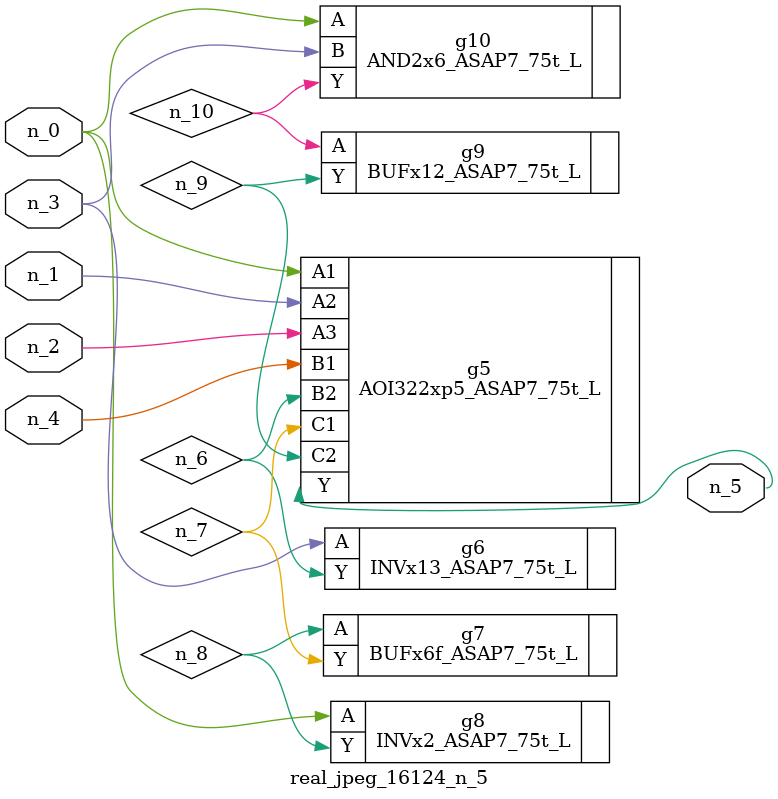
<source format=v>
module real_jpeg_16124_n_5 (n_4, n_0, n_1, n_2, n_3, n_5);

input n_4;
input n_0;
input n_1;
input n_2;
input n_3;

output n_5;

wire n_8;
wire n_6;
wire n_7;
wire n_10;
wire n_9;

AOI322xp5_ASAP7_75t_L g5 ( 
.A1(n_0),
.A2(n_1),
.A3(n_2),
.B1(n_4),
.B2(n_6),
.C1(n_7),
.C2(n_9),
.Y(n_5)
);

INVx2_ASAP7_75t_L g8 ( 
.A(n_0),
.Y(n_8)
);

AND2x6_ASAP7_75t_L g10 ( 
.A(n_0),
.B(n_3),
.Y(n_10)
);

INVx13_ASAP7_75t_L g6 ( 
.A(n_3),
.Y(n_6)
);

BUFx6f_ASAP7_75t_L g7 ( 
.A(n_8),
.Y(n_7)
);

BUFx12_ASAP7_75t_L g9 ( 
.A(n_10),
.Y(n_9)
);


endmodule
</source>
